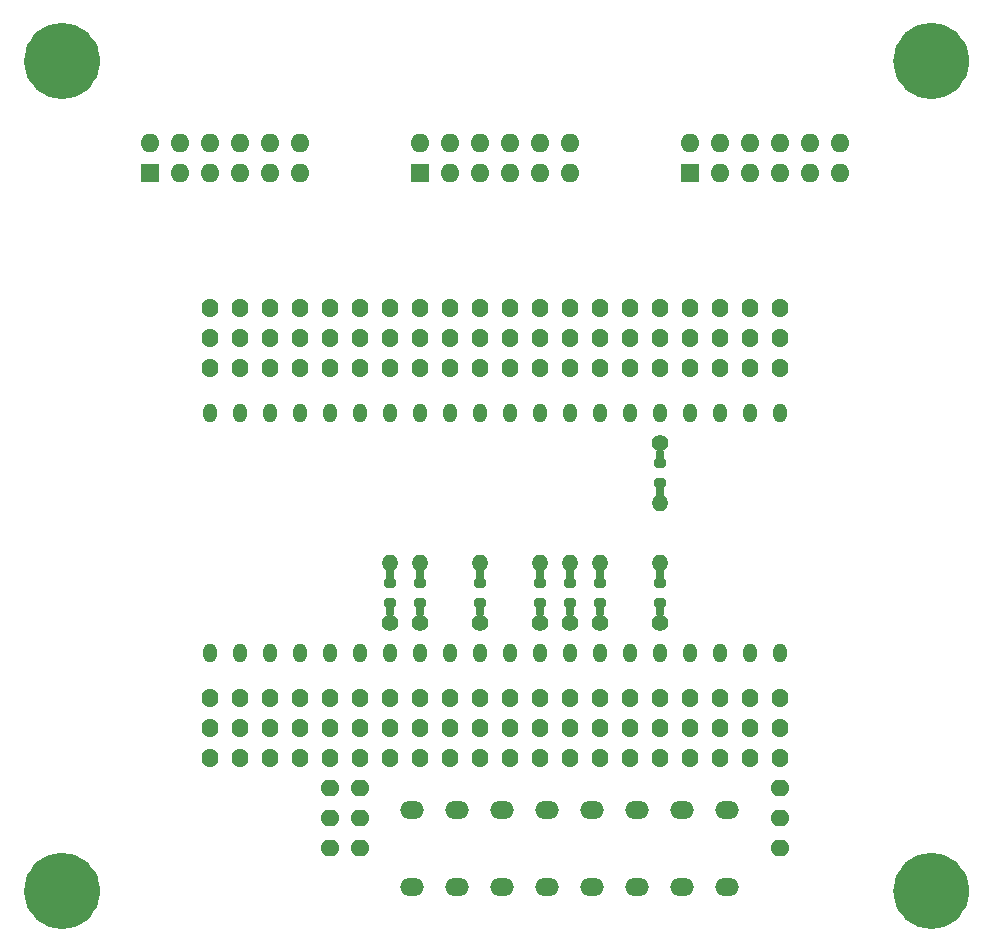
<source format=gts>
%TF.GenerationSoftware,KiCad,Pcbnew,7.0.1*%
%TF.CreationDate,2023-06-01T02:02:30+09:00*%
%TF.ProjectId,TangNano20K_PmodBase,54616e67-4e61-46e6-9f32-304b5f506d6f,rev?*%
%TF.SameCoordinates,Original*%
%TF.FileFunction,Soldermask,Top*%
%TF.FilePolarity,Negative*%
%FSLAX46Y46*%
G04 Gerber Fmt 4.6, Leading zero omitted, Abs format (unit mm)*
G04 Created by KiCad (PCBNEW 7.0.1) date 2023-06-01 02:02:30*
%MOMM*%
%LPD*%
G01*
G04 APERTURE LIST*
G04 Aperture macros list*
%AMRoundRect*
0 Rectangle with rounded corners*
0 $1 Rounding radius*
0 $2 $3 $4 $5 $6 $7 $8 $9 X,Y pos of 4 corners*
0 Add a 4 corners polygon primitive as box body*
4,1,4,$2,$3,$4,$5,$6,$7,$8,$9,$2,$3,0*
0 Add four circle primitives for the rounded corners*
1,1,$1+$1,$2,$3*
1,1,$1+$1,$4,$5*
1,1,$1+$1,$6,$7*
1,1,$1+$1,$8,$9*
0 Add four rect primitives between the rounded corners*
20,1,$1+$1,$2,$3,$4,$5,0*
20,1,$1+$1,$4,$5,$6,$7,0*
20,1,$1+$1,$6,$7,$8,$9,0*
20,1,$1+$1,$8,$9,$2,$3,0*%
G04 Aperture macros list end*
%ADD10C,3.250000*%
%ADD11R,1.600000X1.600000*%
%ADD12O,1.600000X1.600000*%
%ADD13O,2.000000X1.500000*%
%ADD14O,1.400000X1.600000*%
%ADD15C,1.400000*%
%ADD16RoundRect,0.200000X0.275000X-0.200000X0.275000X0.200000X-0.275000X0.200000X-0.275000X-0.200000X0*%
%ADD17O,0.600000X1.650000*%
%ADD18O,1.400000X1.400000*%
%ADD19O,1.200000X1.600000*%
%ADD20O,1.600000X1.400000*%
%ADD21C,3.200000*%
%ADD22RoundRect,0.200000X-0.275000X0.200000X-0.275000X-0.200000X0.275000X-0.200000X0.275000X0.200000X0*%
G04 APERTURE END LIST*
%TO.C,H1*%
D10*
X81325000Y-31530000D02*
G75*
G03*
X81325000Y-31530000I-1625000J0D01*
G01*
%TO.C,H4*%
X81325000Y-101800000D02*
G75*
G03*
X81325000Y-101800000I-1625000J0D01*
G01*
%TO.C,H3*%
X154925000Y-31530000D02*
G75*
G03*
X154925000Y-31530000I-1625000J0D01*
G01*
%TO.C,H2*%
X154925000Y-101800000D02*
G75*
G03*
X154925000Y-101800000I-1625000J0D01*
G01*
%TD*%
D11*
%TO.C,J7*%
X87140000Y-41030000D03*
D12*
X89680000Y-41030000D03*
X92220000Y-41030000D03*
X94760000Y-41030000D03*
X97300000Y-41030000D03*
X99840000Y-41030000D03*
X87140000Y-38490000D03*
X89680000Y-38490000D03*
X92220000Y-38490000D03*
X94760000Y-38490000D03*
X97300000Y-38490000D03*
X99840000Y-38490000D03*
%TD*%
D13*
%TO.C,SW7*%
X113175000Y-94930000D03*
X113175000Y-101430000D03*
%TD*%
D14*
%TO.C,J4*%
X140480000Y-85480000D03*
X137940000Y-85480000D03*
X135400000Y-85480000D03*
X132860000Y-85480000D03*
X130320000Y-85480000D03*
X127780000Y-85480000D03*
X125240000Y-85480000D03*
X122700000Y-85480000D03*
X120160000Y-85480000D03*
X117620000Y-85480000D03*
X115080000Y-85480000D03*
X112540000Y-85480000D03*
X110000000Y-85480000D03*
X107460000Y-85480000D03*
X104920000Y-85480000D03*
X102380000Y-85480000D03*
X99840000Y-85480000D03*
X97300000Y-85480000D03*
X94760000Y-85480000D03*
X92220000Y-85480000D03*
%TD*%
D11*
%TO.C,J6*%
X110000000Y-41030000D03*
D12*
X112540000Y-41030000D03*
X115080000Y-41030000D03*
X117620000Y-41030000D03*
X120160000Y-41030000D03*
X122700000Y-41030000D03*
X110000000Y-38490000D03*
X112540000Y-38490000D03*
X115080000Y-38490000D03*
X117620000Y-38490000D03*
X120160000Y-38490000D03*
X122700000Y-38490000D03*
%TD*%
D15*
%TO.C,R5*%
X120160000Y-79130000D03*
D16*
X120160000Y-77415000D03*
D17*
X120160000Y-77965000D03*
D16*
X120160000Y-75765000D03*
D17*
X120160000Y-75215000D03*
D18*
X120160000Y-74050000D03*
%TD*%
D19*
%TO.C,U1*%
X140480000Y-61350000D03*
X137940000Y-61350000D03*
X135400000Y-61350000D03*
X132860000Y-61350000D03*
X130320000Y-61350000D03*
X127780000Y-61350000D03*
X125240000Y-61350000D03*
X122700000Y-61350000D03*
X120160000Y-61350000D03*
X117620000Y-61350000D03*
X115080000Y-61350000D03*
X112540000Y-61350000D03*
X110000000Y-61350000D03*
X107460000Y-61350000D03*
X104920000Y-61350000D03*
X102380000Y-61350000D03*
X99840000Y-61350000D03*
X97300000Y-61350000D03*
X94760000Y-61350000D03*
X92220000Y-61350000D03*
X92220000Y-81670000D03*
X94760000Y-81670000D03*
X97300000Y-81670000D03*
X99840000Y-81670000D03*
X102380000Y-81670000D03*
X104920000Y-81670000D03*
X107460000Y-81670000D03*
X110000000Y-81670000D03*
X112540000Y-81670000D03*
X115080000Y-81670000D03*
X117620000Y-81670000D03*
X120160000Y-81670000D03*
X122700000Y-81670000D03*
X125240000Y-81670000D03*
X127780000Y-81670000D03*
X130320000Y-81670000D03*
X132860000Y-81670000D03*
X135400000Y-81670000D03*
X137940000Y-81670000D03*
X140480000Y-81670000D03*
%TD*%
D20*
%TO.C,J11*%
X104920000Y-93100000D03*
X104920000Y-95640000D03*
X104920000Y-98180000D03*
%TD*%
D21*
%TO.C,H1*%
X79700000Y-31530000D03*
%TD*%
D15*
%TO.C,R2*%
X130320000Y-79130000D03*
D16*
X130320000Y-77415000D03*
D17*
X130320000Y-77965000D03*
D16*
X130320000Y-75765000D03*
D17*
X130320000Y-75215000D03*
D18*
X130320000Y-74050000D03*
%TD*%
D15*
%TO.C,R8*%
X107460000Y-79130000D03*
D16*
X107460000Y-77415000D03*
D17*
X107460000Y-77965000D03*
D16*
X107460000Y-75765000D03*
D17*
X107460000Y-75215000D03*
D18*
X107460000Y-74050000D03*
%TD*%
D14*
%TO.C,J8*%
X140480000Y-88020000D03*
X137940000Y-88020000D03*
X135400000Y-88020000D03*
X132860000Y-88020000D03*
X130320000Y-88020000D03*
X127780000Y-88020000D03*
X125240000Y-88020000D03*
X122700000Y-88020000D03*
X120160000Y-88020000D03*
X117620000Y-88020000D03*
X115080000Y-88020000D03*
X112540000Y-88020000D03*
X110000000Y-88020000D03*
X107460000Y-88020000D03*
X104920000Y-88020000D03*
X102380000Y-88020000D03*
X99840000Y-88020000D03*
X97300000Y-88020000D03*
X94760000Y-88020000D03*
X92220000Y-88020000D03*
%TD*%
D15*
%TO.C,R1*%
X130320000Y-63890000D03*
D22*
X130320000Y-65605000D03*
D17*
X130320000Y-65055000D03*
D22*
X130320000Y-67255000D03*
D17*
X130320000Y-67805000D03*
D18*
X130320000Y-68970000D03*
%TD*%
D21*
%TO.C,H4*%
X79700000Y-101800000D03*
%TD*%
D15*
%TO.C,R3*%
X125240000Y-79130000D03*
D16*
X125240000Y-77415000D03*
D17*
X125240000Y-77965000D03*
D16*
X125240000Y-75765000D03*
D17*
X125240000Y-75215000D03*
D18*
X125240000Y-74050000D03*
%TD*%
D13*
%TO.C,SW5*%
X120795000Y-94930000D03*
X120795000Y-101430000D03*
%TD*%
D15*
%TO.C,R6*%
X115080000Y-79130000D03*
D16*
X115080000Y-77415000D03*
D17*
X115080000Y-77965000D03*
D16*
X115080000Y-75765000D03*
D17*
X115080000Y-75215000D03*
D18*
X115080000Y-74050000D03*
%TD*%
D21*
%TO.C,H3*%
X153300000Y-31530000D03*
%TD*%
D14*
%TO.C,J1*%
X140480000Y-57540000D03*
X137940000Y-57540000D03*
X135400000Y-57540000D03*
X132860000Y-57540000D03*
X130320000Y-57540000D03*
X127780000Y-57540000D03*
X125240000Y-57540000D03*
X122700000Y-57540000D03*
X120160000Y-57540000D03*
X117620000Y-57540000D03*
X115080000Y-57540000D03*
X112540000Y-57540000D03*
X110000000Y-57540000D03*
X107460000Y-57540000D03*
X104920000Y-57540000D03*
X102380000Y-57540000D03*
X99840000Y-57540000D03*
X97300000Y-57540000D03*
X94760000Y-57540000D03*
X92220000Y-57540000D03*
%TD*%
D13*
%TO.C,SW8*%
X109365000Y-94930000D03*
X109365000Y-101430000D03*
%TD*%
%TO.C,SW4*%
X124605000Y-94930000D03*
X124605000Y-101430000D03*
%TD*%
D15*
%TO.C,R7*%
X110000000Y-79130000D03*
D16*
X110000000Y-77415000D03*
D17*
X110000000Y-77965000D03*
D16*
X110000000Y-75765000D03*
D17*
X110000000Y-75215000D03*
D18*
X110000000Y-74050000D03*
%TD*%
D13*
%TO.C,SW1*%
X136035000Y-94930000D03*
X136035000Y-101430000D03*
%TD*%
%TO.C,SW3*%
X128415000Y-94930000D03*
X128415000Y-101430000D03*
%TD*%
D15*
%TO.C,R4*%
X122700000Y-79130000D03*
D16*
X122700000Y-77415000D03*
D17*
X122700000Y-77965000D03*
D16*
X122700000Y-75765000D03*
D17*
X122700000Y-75215000D03*
D18*
X122700000Y-74050000D03*
%TD*%
D14*
%TO.C,J3*%
X140480000Y-52460000D03*
X137940000Y-52460000D03*
X135400000Y-52460000D03*
X132860000Y-52460000D03*
X130320000Y-52460000D03*
X127780000Y-52460000D03*
X125240000Y-52460000D03*
X122700000Y-52460000D03*
X120160000Y-52460000D03*
X117620000Y-52460000D03*
X115080000Y-52460000D03*
X112540000Y-52460000D03*
X110000000Y-52460000D03*
X107460000Y-52460000D03*
X104920000Y-52460000D03*
X102380000Y-52460000D03*
X99840000Y-52460000D03*
X97300000Y-52460000D03*
X94760000Y-52460000D03*
X92220000Y-52460000D03*
%TD*%
%TO.C,J9*%
X140480000Y-90560000D03*
X137940000Y-90560000D03*
X135400000Y-90560000D03*
X132860000Y-90560000D03*
X130320000Y-90560000D03*
X127780000Y-90560000D03*
X125240000Y-90560000D03*
X122700000Y-90560000D03*
X120160000Y-90560000D03*
X117620000Y-90560000D03*
X115080000Y-90560000D03*
X112540000Y-90560000D03*
X110000000Y-90560000D03*
X107460000Y-90560000D03*
X104920000Y-90560000D03*
X102380000Y-90560000D03*
X99840000Y-90560000D03*
X97300000Y-90560000D03*
X94760000Y-90560000D03*
X92220000Y-90560000D03*
%TD*%
D13*
%TO.C,SW6*%
X116985000Y-94930000D03*
X116985000Y-101430000D03*
%TD*%
D20*
%TO.C,J12*%
X140480000Y-93100000D03*
X140480000Y-95640000D03*
X140480000Y-98180000D03*
%TD*%
D13*
%TO.C,SW2*%
X132225000Y-94930000D03*
X132225000Y-101430000D03*
%TD*%
D11*
%TO.C,J5*%
X132860000Y-41030000D03*
D12*
X135400000Y-41030000D03*
X137940000Y-41030000D03*
X140480000Y-41030000D03*
X143020000Y-41030000D03*
X145560000Y-41030000D03*
X132860000Y-38490000D03*
X135400000Y-38490000D03*
X137940000Y-38490000D03*
X140480000Y-38490000D03*
X143020000Y-38490000D03*
X145560000Y-38490000D03*
%TD*%
D14*
%TO.C,J2*%
X140480000Y-55000000D03*
X137940000Y-55000000D03*
X135400000Y-55000000D03*
X132860000Y-55000000D03*
X130320000Y-55000000D03*
X127780000Y-55000000D03*
X125240000Y-55000000D03*
X122700000Y-55000000D03*
X120160000Y-55000000D03*
X117620000Y-55000000D03*
X115080000Y-55000000D03*
X112540000Y-55000000D03*
X110000000Y-55000000D03*
X107460000Y-55000000D03*
X104920000Y-55000000D03*
X102380000Y-55000000D03*
X99840000Y-55000000D03*
X97300000Y-55000000D03*
X94760000Y-55000000D03*
X92220000Y-55000000D03*
%TD*%
D20*
%TO.C,J10*%
X102380000Y-93100000D03*
X102380000Y-95640000D03*
X102380000Y-98180000D03*
%TD*%
D21*
%TO.C,H2*%
X153300000Y-101800000D03*
%TD*%
M02*

</source>
